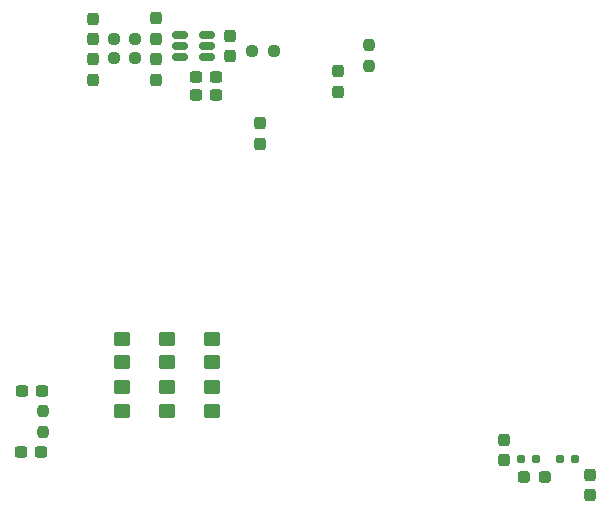
<source format=gbr>
%TF.GenerationSoftware,KiCad,Pcbnew,8.0.8-8.0.8-0~ubuntu22.04.1*%
%TF.CreationDate,2025-02-19T20:52:00+01:00*%
%TF.ProjectId,LO_synth_ADF4351_module,4c4f5f73-796e-4746-985f-414446343335,rev?*%
%TF.SameCoordinates,Original*%
%TF.FileFunction,Paste,Bot*%
%TF.FilePolarity,Positive*%
%FSLAX46Y46*%
G04 Gerber Fmt 4.6, Leading zero omitted, Abs format (unit mm)*
G04 Created by KiCad (PCBNEW 8.0.8-8.0.8-0~ubuntu22.04.1) date 2025-02-19 20:52:00*
%MOMM*%
%LPD*%
G01*
G04 APERTURE LIST*
G04 Aperture macros list*
%AMRoundRect*
0 Rectangle with rounded corners*
0 $1 Rounding radius*
0 $2 $3 $4 $5 $6 $7 $8 $9 X,Y pos of 4 corners*
0 Add a 4 corners polygon primitive as box body*
4,1,4,$2,$3,$4,$5,$6,$7,$8,$9,$2,$3,0*
0 Add four circle primitives for the rounded corners*
1,1,$1+$1,$2,$3*
1,1,$1+$1,$4,$5*
1,1,$1+$1,$6,$7*
1,1,$1+$1,$8,$9*
0 Add four rect primitives between the rounded corners*
20,1,$1+$1,$2,$3,$4,$5,0*
20,1,$1+$1,$4,$5,$6,$7,0*
20,1,$1+$1,$6,$7,$8,$9,0*
20,1,$1+$1,$8,$9,$2,$3,0*%
G04 Aperture macros list end*
%ADD10RoundRect,0.250000X-0.450000X0.350000X-0.450000X-0.350000X0.450000X-0.350000X0.450000X0.350000X0*%
%ADD11RoundRect,0.237500X0.237500X-0.300000X0.237500X0.300000X-0.237500X0.300000X-0.237500X-0.300000X0*%
%ADD12RoundRect,0.237500X-0.250000X-0.237500X0.250000X-0.237500X0.250000X0.237500X-0.250000X0.237500X0*%
%ADD13RoundRect,0.237500X-0.237500X0.250000X-0.237500X-0.250000X0.237500X-0.250000X0.237500X0.250000X0*%
%ADD14RoundRect,0.237500X-0.300000X-0.237500X0.300000X-0.237500X0.300000X0.237500X-0.300000X0.237500X0*%
%ADD15RoundRect,0.150000X0.512500X0.150000X-0.512500X0.150000X-0.512500X-0.150000X0.512500X-0.150000X0*%
%ADD16RoundRect,0.237500X-0.237500X0.300000X-0.237500X-0.300000X0.237500X-0.300000X0.237500X0.300000X0*%
%ADD17RoundRect,0.237500X0.300000X0.237500X-0.300000X0.237500X-0.300000X-0.237500X0.300000X-0.237500X0*%
%ADD18RoundRect,0.237500X-0.237500X0.287500X-0.237500X-0.287500X0.237500X-0.287500X0.237500X0.287500X0*%
%ADD19RoundRect,0.160000X0.197500X0.160000X-0.197500X0.160000X-0.197500X-0.160000X0.197500X-0.160000X0*%
%ADD20RoundRect,0.237500X0.287500X0.237500X-0.287500X0.237500X-0.287500X-0.237500X0.287500X-0.237500X0*%
G04 APERTURE END LIST*
D10*
%TO.C,R31*%
X87100000Y-68687500D03*
X87100000Y-70687500D03*
%TD*%
D11*
%TO.C,C110*%
X88600000Y-40662500D03*
X88600000Y-38937500D03*
%TD*%
D12*
%TO.C,R41*%
X90487500Y-40200000D03*
X92312500Y-40200000D03*
%TD*%
D10*
%TO.C,R27*%
X83300000Y-68687500D03*
X83300000Y-70687500D03*
%TD*%
D13*
%TO.C,R39*%
X100400000Y-39687500D03*
X100400000Y-41512500D03*
%TD*%
D14*
%TO.C,C23*%
X71025000Y-69000000D03*
X72750000Y-69000000D03*
%TD*%
D13*
%TO.C,R9*%
X72787500Y-70687500D03*
X72787500Y-72512500D03*
%TD*%
D10*
%TO.C,R30*%
X87100000Y-64600000D03*
X87100000Y-66600000D03*
%TD*%
D15*
%TO.C,U10*%
X86675000Y-38850000D03*
X86675000Y-39800000D03*
X86675000Y-40750000D03*
X84400000Y-40750000D03*
X84400000Y-39800000D03*
X84400000Y-38850000D03*
%TD*%
D11*
%TO.C,C51*%
X119150000Y-77862500D03*
X119150000Y-76137500D03*
%TD*%
D16*
%TO.C,C88*%
X111800000Y-73137500D03*
X111800000Y-74862500D03*
%TD*%
D17*
%TO.C,C116*%
X87462500Y-44000000D03*
X85737500Y-44000000D03*
%TD*%
D11*
%TO.C,C114*%
X82400000Y-42662500D03*
X82400000Y-40937500D03*
%TD*%
D14*
%TO.C,C36*%
X70925000Y-74200000D03*
X72650000Y-74200000D03*
%TD*%
D10*
%TO.C,R28*%
X79500000Y-64600000D03*
X79500000Y-66600000D03*
%TD*%
%TO.C,R29*%
X79500000Y-68687500D03*
X79500000Y-70687500D03*
%TD*%
D18*
%TO.C,FB13*%
X91200000Y-46325000D03*
X91200000Y-48075000D03*
%TD*%
D12*
%TO.C,R43*%
X78800000Y-40800000D03*
X80625000Y-40800000D03*
%TD*%
D16*
%TO.C,C113*%
X77000000Y-37537500D03*
X77000000Y-39262500D03*
%TD*%
D10*
%TO.C,R26*%
X83300000Y-64600000D03*
X83300000Y-66600000D03*
%TD*%
D18*
%TO.C,FB10*%
X97800000Y-41925000D03*
X97800000Y-43675000D03*
%TD*%
D12*
%TO.C,R42*%
X78800000Y-39200000D03*
X80625000Y-39200000D03*
%TD*%
D17*
%TO.C,C117*%
X87462500Y-42400000D03*
X85737500Y-42400000D03*
%TD*%
D19*
%TO.C,R104*%
X117797500Y-74800000D03*
X116602500Y-74800000D03*
%TD*%
D11*
%TO.C,C112*%
X77000000Y-42662500D03*
X77000000Y-40937500D03*
%TD*%
D19*
%TO.C,R103*%
X114497500Y-74800000D03*
X113302500Y-74800000D03*
%TD*%
D20*
%TO.C,FB9*%
X115275000Y-76300000D03*
X113525000Y-76300000D03*
%TD*%
D16*
%TO.C,C115*%
X82400000Y-37475000D03*
X82400000Y-39200000D03*
%TD*%
M02*

</source>
